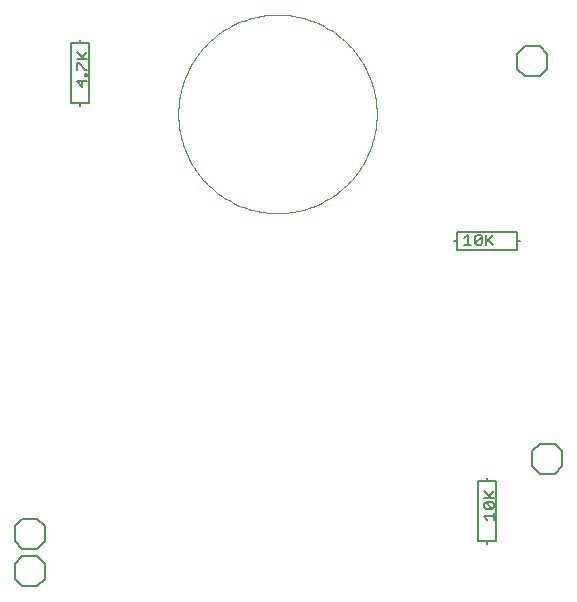
<source format=gto>
G75*
%MOIN*%
%OFA0B0*%
%FSLAX25Y25*%
%IPPOS*%
%LPD*%
%AMOC8*
5,1,8,0,0,1.08239X$1,22.5*
%
%ADD10C,0.00800*%
%ADD11C,0.00600*%
%ADD12C,0.00394*%
D10*
X0395833Y0108250D02*
X0398333Y0105750D01*
X0403333Y0105750D01*
X0405833Y0108250D01*
X0405833Y0113250D01*
X0403333Y0115750D01*
X0398333Y0115750D01*
X0395833Y0113250D01*
X0395833Y0108250D01*
X0398333Y0118250D02*
X0403333Y0118250D01*
X0405833Y0120750D01*
X0405833Y0125750D01*
X0403333Y0128250D01*
X0398333Y0128250D01*
X0395833Y0125750D01*
X0395833Y0120750D01*
X0398333Y0118250D01*
X0550333Y0120750D02*
X0550333Y0140750D01*
X0553333Y0140750D01*
X0553333Y0141750D01*
X0553333Y0140750D02*
X0556333Y0140750D01*
X0556333Y0120750D01*
X0553333Y0120750D01*
X0553333Y0119750D01*
X0553333Y0120750D02*
X0550333Y0120750D01*
X0570833Y0143250D02*
X0568333Y0145750D01*
X0568333Y0150750D01*
X0570833Y0153250D01*
X0575833Y0153250D01*
X0578333Y0150750D01*
X0578333Y0145750D01*
X0575833Y0143250D01*
X0570833Y0143250D01*
X0563333Y0217750D02*
X0543333Y0217750D01*
X0543333Y0220750D01*
X0542333Y0220750D01*
X0543333Y0220750D02*
X0543333Y0223750D01*
X0563333Y0223750D01*
X0563333Y0220750D01*
X0564333Y0220750D01*
X0563333Y0220750D02*
X0563333Y0217750D01*
X0565833Y0275750D02*
X0570833Y0275750D01*
X0573333Y0278250D01*
X0573333Y0283250D01*
X0570833Y0285750D01*
X0565833Y0285750D01*
X0563333Y0283250D01*
X0563333Y0278250D01*
X0565833Y0275750D01*
X0420664Y0266971D02*
X0417664Y0266971D01*
X0417664Y0265971D01*
X0417664Y0266971D02*
X0414664Y0266971D01*
X0414664Y0286971D01*
X0417664Y0286971D01*
X0417664Y0287971D01*
X0417664Y0286971D02*
X0420664Y0286971D01*
X0420664Y0266971D01*
D11*
X0418163Y0272380D02*
X0418163Y0274648D01*
X0419864Y0274081D02*
X0416461Y0274081D01*
X0418163Y0272380D01*
X0419297Y0276063D02*
X0419297Y0276630D01*
X0419864Y0276630D01*
X0419864Y0276063D01*
X0419297Y0276063D01*
X0419297Y0277905D02*
X0419864Y0277905D01*
X0419297Y0277905D02*
X0417028Y0280173D01*
X0416461Y0280173D01*
X0416461Y0277905D01*
X0416461Y0281588D02*
X0419864Y0281588D01*
X0418730Y0281588D02*
X0416461Y0283856D01*
X0418163Y0282155D02*
X0419864Y0283856D01*
X0545633Y0221819D02*
X0546768Y0222953D01*
X0546768Y0219550D01*
X0547902Y0219550D02*
X0545633Y0219550D01*
X0549316Y0220118D02*
X0551585Y0222386D01*
X0551585Y0220118D01*
X0551018Y0219550D01*
X0549884Y0219550D01*
X0549316Y0220118D01*
X0549316Y0222386D01*
X0549884Y0222953D01*
X0551018Y0222953D01*
X0551585Y0222386D01*
X0553000Y0222953D02*
X0553000Y0219550D01*
X0553000Y0220685D02*
X0555268Y0222953D01*
X0553567Y0221252D02*
X0555268Y0219550D01*
X0555533Y0137636D02*
X0553832Y0135934D01*
X0554399Y0135367D02*
X0552130Y0137636D01*
X0552130Y0135367D02*
X0555533Y0135367D01*
X0554966Y0133953D02*
X0555533Y0133386D01*
X0555533Y0132251D01*
X0554966Y0131684D01*
X0552698Y0133953D01*
X0554966Y0133953D01*
X0552698Y0133953D02*
X0552130Y0133386D01*
X0552130Y0132251D01*
X0552698Y0131684D01*
X0554966Y0131684D01*
X0555533Y0130270D02*
X0555533Y0128001D01*
X0555533Y0129135D02*
X0552130Y0129135D01*
X0553265Y0128001D01*
D12*
X0450262Y0263250D02*
X0450272Y0264062D01*
X0450302Y0264873D01*
X0450352Y0265683D01*
X0450421Y0266492D01*
X0450511Y0267298D01*
X0450620Y0268103D01*
X0450749Y0268904D01*
X0450897Y0269702D01*
X0451066Y0270496D01*
X0451253Y0271286D01*
X0451460Y0272070D01*
X0451686Y0272850D01*
X0451931Y0273624D01*
X0452195Y0274391D01*
X0452478Y0275152D01*
X0452779Y0275906D01*
X0453099Y0276652D01*
X0453437Y0277390D01*
X0453793Y0278119D01*
X0454167Y0278840D01*
X0454558Y0279551D01*
X0454967Y0280252D01*
X0455393Y0280943D01*
X0455835Y0281623D01*
X0456295Y0282293D01*
X0456770Y0282950D01*
X0457262Y0283596D01*
X0457769Y0284230D01*
X0458291Y0284851D01*
X0458829Y0285459D01*
X0459381Y0286054D01*
X0459948Y0286635D01*
X0460529Y0287202D01*
X0461124Y0287754D01*
X0461732Y0288292D01*
X0462353Y0288814D01*
X0462987Y0289321D01*
X0463633Y0289813D01*
X0464290Y0290288D01*
X0464960Y0290748D01*
X0465640Y0291190D01*
X0466331Y0291616D01*
X0467032Y0292025D01*
X0467743Y0292416D01*
X0468464Y0292790D01*
X0469193Y0293146D01*
X0469931Y0293484D01*
X0470677Y0293804D01*
X0471431Y0294105D01*
X0472192Y0294388D01*
X0472959Y0294652D01*
X0473733Y0294897D01*
X0474513Y0295123D01*
X0475297Y0295330D01*
X0476087Y0295517D01*
X0476881Y0295686D01*
X0477679Y0295834D01*
X0478480Y0295963D01*
X0479285Y0296072D01*
X0480091Y0296162D01*
X0480900Y0296231D01*
X0481710Y0296281D01*
X0482521Y0296311D01*
X0483333Y0296321D01*
X0484145Y0296311D01*
X0484956Y0296281D01*
X0485766Y0296231D01*
X0486575Y0296162D01*
X0487381Y0296072D01*
X0488186Y0295963D01*
X0488987Y0295834D01*
X0489785Y0295686D01*
X0490579Y0295517D01*
X0491369Y0295330D01*
X0492153Y0295123D01*
X0492933Y0294897D01*
X0493707Y0294652D01*
X0494474Y0294388D01*
X0495235Y0294105D01*
X0495989Y0293804D01*
X0496735Y0293484D01*
X0497473Y0293146D01*
X0498202Y0292790D01*
X0498923Y0292416D01*
X0499634Y0292025D01*
X0500335Y0291616D01*
X0501026Y0291190D01*
X0501706Y0290748D01*
X0502376Y0290288D01*
X0503033Y0289813D01*
X0503679Y0289321D01*
X0504313Y0288814D01*
X0504934Y0288292D01*
X0505542Y0287754D01*
X0506137Y0287202D01*
X0506718Y0286635D01*
X0507285Y0286054D01*
X0507837Y0285459D01*
X0508375Y0284851D01*
X0508897Y0284230D01*
X0509404Y0283596D01*
X0509896Y0282950D01*
X0510371Y0282293D01*
X0510831Y0281623D01*
X0511273Y0280943D01*
X0511699Y0280252D01*
X0512108Y0279551D01*
X0512499Y0278840D01*
X0512873Y0278119D01*
X0513229Y0277390D01*
X0513567Y0276652D01*
X0513887Y0275906D01*
X0514188Y0275152D01*
X0514471Y0274391D01*
X0514735Y0273624D01*
X0514980Y0272850D01*
X0515206Y0272070D01*
X0515413Y0271286D01*
X0515600Y0270496D01*
X0515769Y0269702D01*
X0515917Y0268904D01*
X0516046Y0268103D01*
X0516155Y0267298D01*
X0516245Y0266492D01*
X0516314Y0265683D01*
X0516364Y0264873D01*
X0516394Y0264062D01*
X0516404Y0263250D01*
X0516394Y0262438D01*
X0516364Y0261627D01*
X0516314Y0260817D01*
X0516245Y0260008D01*
X0516155Y0259202D01*
X0516046Y0258397D01*
X0515917Y0257596D01*
X0515769Y0256798D01*
X0515600Y0256004D01*
X0515413Y0255214D01*
X0515206Y0254430D01*
X0514980Y0253650D01*
X0514735Y0252876D01*
X0514471Y0252109D01*
X0514188Y0251348D01*
X0513887Y0250594D01*
X0513567Y0249848D01*
X0513229Y0249110D01*
X0512873Y0248381D01*
X0512499Y0247660D01*
X0512108Y0246949D01*
X0511699Y0246248D01*
X0511273Y0245557D01*
X0510831Y0244877D01*
X0510371Y0244207D01*
X0509896Y0243550D01*
X0509404Y0242904D01*
X0508897Y0242270D01*
X0508375Y0241649D01*
X0507837Y0241041D01*
X0507285Y0240446D01*
X0506718Y0239865D01*
X0506137Y0239298D01*
X0505542Y0238746D01*
X0504934Y0238208D01*
X0504313Y0237686D01*
X0503679Y0237179D01*
X0503033Y0236687D01*
X0502376Y0236212D01*
X0501706Y0235752D01*
X0501026Y0235310D01*
X0500335Y0234884D01*
X0499634Y0234475D01*
X0498923Y0234084D01*
X0498202Y0233710D01*
X0497473Y0233354D01*
X0496735Y0233016D01*
X0495989Y0232696D01*
X0495235Y0232395D01*
X0494474Y0232112D01*
X0493707Y0231848D01*
X0492933Y0231603D01*
X0492153Y0231377D01*
X0491369Y0231170D01*
X0490579Y0230983D01*
X0489785Y0230814D01*
X0488987Y0230666D01*
X0488186Y0230537D01*
X0487381Y0230428D01*
X0486575Y0230338D01*
X0485766Y0230269D01*
X0484956Y0230219D01*
X0484145Y0230189D01*
X0483333Y0230179D01*
X0482521Y0230189D01*
X0481710Y0230219D01*
X0480900Y0230269D01*
X0480091Y0230338D01*
X0479285Y0230428D01*
X0478480Y0230537D01*
X0477679Y0230666D01*
X0476881Y0230814D01*
X0476087Y0230983D01*
X0475297Y0231170D01*
X0474513Y0231377D01*
X0473733Y0231603D01*
X0472959Y0231848D01*
X0472192Y0232112D01*
X0471431Y0232395D01*
X0470677Y0232696D01*
X0469931Y0233016D01*
X0469193Y0233354D01*
X0468464Y0233710D01*
X0467743Y0234084D01*
X0467032Y0234475D01*
X0466331Y0234884D01*
X0465640Y0235310D01*
X0464960Y0235752D01*
X0464290Y0236212D01*
X0463633Y0236687D01*
X0462987Y0237179D01*
X0462353Y0237686D01*
X0461732Y0238208D01*
X0461124Y0238746D01*
X0460529Y0239298D01*
X0459948Y0239865D01*
X0459381Y0240446D01*
X0458829Y0241041D01*
X0458291Y0241649D01*
X0457769Y0242270D01*
X0457262Y0242904D01*
X0456770Y0243550D01*
X0456295Y0244207D01*
X0455835Y0244877D01*
X0455393Y0245557D01*
X0454967Y0246248D01*
X0454558Y0246949D01*
X0454167Y0247660D01*
X0453793Y0248381D01*
X0453437Y0249110D01*
X0453099Y0249848D01*
X0452779Y0250594D01*
X0452478Y0251348D01*
X0452195Y0252109D01*
X0451931Y0252876D01*
X0451686Y0253650D01*
X0451460Y0254430D01*
X0451253Y0255214D01*
X0451066Y0256004D01*
X0450897Y0256798D01*
X0450749Y0257596D01*
X0450620Y0258397D01*
X0450511Y0259202D01*
X0450421Y0260008D01*
X0450352Y0260817D01*
X0450302Y0261627D01*
X0450272Y0262438D01*
X0450262Y0263250D01*
M02*

</source>
